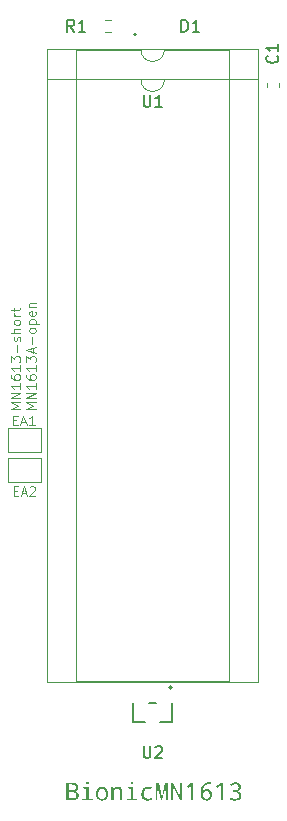
<source format=gbr>
G04 #@! TF.GenerationSoftware,KiCad,Pcbnew,8.0.4+dfsg-1*
G04 #@! TF.CreationDate,2025-01-23T14:40:47+09:00*
G04 #@! TF.ProjectId,bionic-mn1613,62696f6e-6963-42d6-9d6e-313631332e6b,2*
G04 #@! TF.SameCoordinates,Original*
G04 #@! TF.FileFunction,Legend,Top*
G04 #@! TF.FilePolarity,Positive*
%FSLAX46Y46*%
G04 Gerber Fmt 4.6, Leading zero omitted, Abs format (unit mm)*
G04 Created by KiCad (PCBNEW 8.0.4+dfsg-1) date 2025-01-23 14:40:47*
%MOMM*%
%LPD*%
G01*
G04 APERTURE LIST*
%ADD10C,0.100000*%
%ADD11C,0.150000*%
%ADD12C,0.120000*%
%ADD13C,0.152400*%
G04 APERTURE END LIST*
D10*
X102498918Y-104160734D02*
X101698918Y-104160734D01*
X101698918Y-104160734D02*
X102270346Y-103894068D01*
X102270346Y-103894068D02*
X101698918Y-103627401D01*
X101698918Y-103627401D02*
X102498918Y-103627401D01*
X102498918Y-103246448D02*
X101698918Y-103246448D01*
X101698918Y-103246448D02*
X102498918Y-102789305D01*
X102498918Y-102789305D02*
X101698918Y-102789305D01*
X102498918Y-101989306D02*
X102498918Y-102446449D01*
X102498918Y-102217877D02*
X101698918Y-102217877D01*
X101698918Y-102217877D02*
X101813203Y-102294068D01*
X101813203Y-102294068D02*
X101889394Y-102370258D01*
X101889394Y-102370258D02*
X101927489Y-102446449D01*
X101698918Y-101303591D02*
X101698918Y-101455972D01*
X101698918Y-101455972D02*
X101737013Y-101532163D01*
X101737013Y-101532163D02*
X101775108Y-101570258D01*
X101775108Y-101570258D02*
X101889394Y-101646448D01*
X101889394Y-101646448D02*
X102041775Y-101684544D01*
X102041775Y-101684544D02*
X102346537Y-101684544D01*
X102346537Y-101684544D02*
X102422727Y-101646448D01*
X102422727Y-101646448D02*
X102460823Y-101608353D01*
X102460823Y-101608353D02*
X102498918Y-101532163D01*
X102498918Y-101532163D02*
X102498918Y-101379782D01*
X102498918Y-101379782D02*
X102460823Y-101303591D01*
X102460823Y-101303591D02*
X102422727Y-101265496D01*
X102422727Y-101265496D02*
X102346537Y-101227401D01*
X102346537Y-101227401D02*
X102156061Y-101227401D01*
X102156061Y-101227401D02*
X102079870Y-101265496D01*
X102079870Y-101265496D02*
X102041775Y-101303591D01*
X102041775Y-101303591D02*
X102003680Y-101379782D01*
X102003680Y-101379782D02*
X102003680Y-101532163D01*
X102003680Y-101532163D02*
X102041775Y-101608353D01*
X102041775Y-101608353D02*
X102079870Y-101646448D01*
X102079870Y-101646448D02*
X102156061Y-101684544D01*
X102498918Y-100465496D02*
X102498918Y-100922639D01*
X102498918Y-100694067D02*
X101698918Y-100694067D01*
X101698918Y-100694067D02*
X101813203Y-100770258D01*
X101813203Y-100770258D02*
X101889394Y-100846448D01*
X101889394Y-100846448D02*
X101927489Y-100922639D01*
X101698918Y-100198829D02*
X101698918Y-99703591D01*
X101698918Y-99703591D02*
X102003680Y-99970257D01*
X102003680Y-99970257D02*
X102003680Y-99855972D01*
X102003680Y-99855972D02*
X102041775Y-99779781D01*
X102041775Y-99779781D02*
X102079870Y-99741686D01*
X102079870Y-99741686D02*
X102156061Y-99703591D01*
X102156061Y-99703591D02*
X102346537Y-99703591D01*
X102346537Y-99703591D02*
X102422727Y-99741686D01*
X102422727Y-99741686D02*
X102460823Y-99779781D01*
X102460823Y-99779781D02*
X102498918Y-99855972D01*
X102498918Y-99855972D02*
X102498918Y-100084543D01*
X102498918Y-100084543D02*
X102460823Y-100160734D01*
X102460823Y-100160734D02*
X102422727Y-100198829D01*
X102194156Y-99360733D02*
X102194156Y-98751210D01*
X102460823Y-98408353D02*
X102498918Y-98332162D01*
X102498918Y-98332162D02*
X102498918Y-98179781D01*
X102498918Y-98179781D02*
X102460823Y-98103591D01*
X102460823Y-98103591D02*
X102384632Y-98065495D01*
X102384632Y-98065495D02*
X102346537Y-98065495D01*
X102346537Y-98065495D02*
X102270346Y-98103591D01*
X102270346Y-98103591D02*
X102232251Y-98179781D01*
X102232251Y-98179781D02*
X102232251Y-98294067D01*
X102232251Y-98294067D02*
X102194156Y-98370257D01*
X102194156Y-98370257D02*
X102117965Y-98408353D01*
X102117965Y-98408353D02*
X102079870Y-98408353D01*
X102079870Y-98408353D02*
X102003680Y-98370257D01*
X102003680Y-98370257D02*
X101965584Y-98294067D01*
X101965584Y-98294067D02*
X101965584Y-98179781D01*
X101965584Y-98179781D02*
X102003680Y-98103591D01*
X102498918Y-97722638D02*
X101698918Y-97722638D01*
X102498918Y-97379781D02*
X102079870Y-97379781D01*
X102079870Y-97379781D02*
X102003680Y-97417876D01*
X102003680Y-97417876D02*
X101965584Y-97494067D01*
X101965584Y-97494067D02*
X101965584Y-97608353D01*
X101965584Y-97608353D02*
X102003680Y-97684543D01*
X102003680Y-97684543D02*
X102041775Y-97722638D01*
X102498918Y-96884543D02*
X102460823Y-96960733D01*
X102460823Y-96960733D02*
X102422727Y-96998828D01*
X102422727Y-96998828D02*
X102346537Y-97036924D01*
X102346537Y-97036924D02*
X102117965Y-97036924D01*
X102117965Y-97036924D02*
X102041775Y-96998828D01*
X102041775Y-96998828D02*
X102003680Y-96960733D01*
X102003680Y-96960733D02*
X101965584Y-96884543D01*
X101965584Y-96884543D02*
X101965584Y-96770257D01*
X101965584Y-96770257D02*
X102003680Y-96694066D01*
X102003680Y-96694066D02*
X102041775Y-96655971D01*
X102041775Y-96655971D02*
X102117965Y-96617876D01*
X102117965Y-96617876D02*
X102346537Y-96617876D01*
X102346537Y-96617876D02*
X102422727Y-96655971D01*
X102422727Y-96655971D02*
X102460823Y-96694066D01*
X102460823Y-96694066D02*
X102498918Y-96770257D01*
X102498918Y-96770257D02*
X102498918Y-96884543D01*
X102498918Y-96275018D02*
X101965584Y-96275018D01*
X102117965Y-96275018D02*
X102041775Y-96236923D01*
X102041775Y-96236923D02*
X102003680Y-96198828D01*
X102003680Y-96198828D02*
X101965584Y-96122637D01*
X101965584Y-96122637D02*
X101965584Y-96046447D01*
X101965584Y-95894066D02*
X101965584Y-95589304D01*
X101698918Y-95779780D02*
X102384632Y-95779780D01*
X102384632Y-95779780D02*
X102460823Y-95741685D01*
X102460823Y-95741685D02*
X102498918Y-95665495D01*
X102498918Y-95665495D02*
X102498918Y-95589304D01*
X103786873Y-104160734D02*
X102986873Y-104160734D01*
X102986873Y-104160734D02*
X103558301Y-103894068D01*
X103558301Y-103894068D02*
X102986873Y-103627401D01*
X102986873Y-103627401D02*
X103786873Y-103627401D01*
X103786873Y-103246448D02*
X102986873Y-103246448D01*
X102986873Y-103246448D02*
X103786873Y-102789305D01*
X103786873Y-102789305D02*
X102986873Y-102789305D01*
X103786873Y-101989306D02*
X103786873Y-102446449D01*
X103786873Y-102217877D02*
X102986873Y-102217877D01*
X102986873Y-102217877D02*
X103101158Y-102294068D01*
X103101158Y-102294068D02*
X103177349Y-102370258D01*
X103177349Y-102370258D02*
X103215444Y-102446449D01*
X102986873Y-101303591D02*
X102986873Y-101455972D01*
X102986873Y-101455972D02*
X103024968Y-101532163D01*
X103024968Y-101532163D02*
X103063063Y-101570258D01*
X103063063Y-101570258D02*
X103177349Y-101646448D01*
X103177349Y-101646448D02*
X103329730Y-101684544D01*
X103329730Y-101684544D02*
X103634492Y-101684544D01*
X103634492Y-101684544D02*
X103710682Y-101646448D01*
X103710682Y-101646448D02*
X103748778Y-101608353D01*
X103748778Y-101608353D02*
X103786873Y-101532163D01*
X103786873Y-101532163D02*
X103786873Y-101379782D01*
X103786873Y-101379782D02*
X103748778Y-101303591D01*
X103748778Y-101303591D02*
X103710682Y-101265496D01*
X103710682Y-101265496D02*
X103634492Y-101227401D01*
X103634492Y-101227401D02*
X103444016Y-101227401D01*
X103444016Y-101227401D02*
X103367825Y-101265496D01*
X103367825Y-101265496D02*
X103329730Y-101303591D01*
X103329730Y-101303591D02*
X103291635Y-101379782D01*
X103291635Y-101379782D02*
X103291635Y-101532163D01*
X103291635Y-101532163D02*
X103329730Y-101608353D01*
X103329730Y-101608353D02*
X103367825Y-101646448D01*
X103367825Y-101646448D02*
X103444016Y-101684544D01*
X103786873Y-100465496D02*
X103786873Y-100922639D01*
X103786873Y-100694067D02*
X102986873Y-100694067D01*
X102986873Y-100694067D02*
X103101158Y-100770258D01*
X103101158Y-100770258D02*
X103177349Y-100846448D01*
X103177349Y-100846448D02*
X103215444Y-100922639D01*
X102986873Y-100198829D02*
X102986873Y-99703591D01*
X102986873Y-99703591D02*
X103291635Y-99970257D01*
X103291635Y-99970257D02*
X103291635Y-99855972D01*
X103291635Y-99855972D02*
X103329730Y-99779781D01*
X103329730Y-99779781D02*
X103367825Y-99741686D01*
X103367825Y-99741686D02*
X103444016Y-99703591D01*
X103444016Y-99703591D02*
X103634492Y-99703591D01*
X103634492Y-99703591D02*
X103710682Y-99741686D01*
X103710682Y-99741686D02*
X103748778Y-99779781D01*
X103748778Y-99779781D02*
X103786873Y-99855972D01*
X103786873Y-99855972D02*
X103786873Y-100084543D01*
X103786873Y-100084543D02*
X103748778Y-100160734D01*
X103748778Y-100160734D02*
X103710682Y-100198829D01*
X103558301Y-99398829D02*
X103558301Y-99017876D01*
X103786873Y-99475019D02*
X102986873Y-99208352D01*
X102986873Y-99208352D02*
X103786873Y-98941686D01*
X103482111Y-98675019D02*
X103482111Y-98065496D01*
X103786873Y-97570258D02*
X103748778Y-97646448D01*
X103748778Y-97646448D02*
X103710682Y-97684543D01*
X103710682Y-97684543D02*
X103634492Y-97722639D01*
X103634492Y-97722639D02*
X103405920Y-97722639D01*
X103405920Y-97722639D02*
X103329730Y-97684543D01*
X103329730Y-97684543D02*
X103291635Y-97646448D01*
X103291635Y-97646448D02*
X103253539Y-97570258D01*
X103253539Y-97570258D02*
X103253539Y-97455972D01*
X103253539Y-97455972D02*
X103291635Y-97379781D01*
X103291635Y-97379781D02*
X103329730Y-97341686D01*
X103329730Y-97341686D02*
X103405920Y-97303591D01*
X103405920Y-97303591D02*
X103634492Y-97303591D01*
X103634492Y-97303591D02*
X103710682Y-97341686D01*
X103710682Y-97341686D02*
X103748778Y-97379781D01*
X103748778Y-97379781D02*
X103786873Y-97455972D01*
X103786873Y-97455972D02*
X103786873Y-97570258D01*
X103253539Y-96960733D02*
X104053539Y-96960733D01*
X103291635Y-96960733D02*
X103253539Y-96884543D01*
X103253539Y-96884543D02*
X103253539Y-96732162D01*
X103253539Y-96732162D02*
X103291635Y-96655971D01*
X103291635Y-96655971D02*
X103329730Y-96617876D01*
X103329730Y-96617876D02*
X103405920Y-96579781D01*
X103405920Y-96579781D02*
X103634492Y-96579781D01*
X103634492Y-96579781D02*
X103710682Y-96617876D01*
X103710682Y-96617876D02*
X103748778Y-96655971D01*
X103748778Y-96655971D02*
X103786873Y-96732162D01*
X103786873Y-96732162D02*
X103786873Y-96884543D01*
X103786873Y-96884543D02*
X103748778Y-96960733D01*
X103748778Y-95932161D02*
X103786873Y-96008352D01*
X103786873Y-96008352D02*
X103786873Y-96160733D01*
X103786873Y-96160733D02*
X103748778Y-96236923D01*
X103748778Y-96236923D02*
X103672587Y-96275019D01*
X103672587Y-96275019D02*
X103367825Y-96275019D01*
X103367825Y-96275019D02*
X103291635Y-96236923D01*
X103291635Y-96236923D02*
X103253539Y-96160733D01*
X103253539Y-96160733D02*
X103253539Y-96008352D01*
X103253539Y-96008352D02*
X103291635Y-95932161D01*
X103291635Y-95932161D02*
X103367825Y-95894066D01*
X103367825Y-95894066D02*
X103444016Y-95894066D01*
X103444016Y-95894066D02*
X103520206Y-96275019D01*
X103253539Y-95551209D02*
X103786873Y-95551209D01*
X103329730Y-95551209D02*
X103291635Y-95513114D01*
X103291635Y-95513114D02*
X103253539Y-95436924D01*
X103253539Y-95436924D02*
X103253539Y-95322638D01*
X103253539Y-95322638D02*
X103291635Y-95246447D01*
X103291635Y-95246447D02*
X103367825Y-95208352D01*
X103367825Y-95208352D02*
X103786873Y-95208352D01*
D11*
G36*
X106942392Y-135810563D02*
G01*
X107019198Y-135817137D01*
X107101376Y-135830811D01*
X107172659Y-135850797D01*
X107242049Y-135882090D01*
X107267248Y-135898131D01*
X107323027Y-135949719D01*
X107362869Y-136015092D01*
X107386774Y-136094250D01*
X107394618Y-136174821D01*
X107394743Y-136187192D01*
X107386836Y-136264873D01*
X107359873Y-136340404D01*
X107313776Y-136405545D01*
X107257591Y-136453122D01*
X107190243Y-136487319D01*
X107111732Y-136508134D01*
X107094690Y-136510692D01*
X107094690Y-136520950D01*
X107174890Y-136538627D01*
X107244396Y-136563815D01*
X107316241Y-136605861D01*
X107371378Y-136659642D01*
X107409807Y-136725158D01*
X107431528Y-136802409D01*
X107436874Y-136872660D01*
X107432251Y-136945981D01*
X107415168Y-137023774D01*
X107385498Y-137093222D01*
X107343240Y-137154326D01*
X107305350Y-137192862D01*
X107243392Y-137238115D01*
X107172284Y-137272253D01*
X107092024Y-137295276D01*
X107015946Y-137306164D01*
X106947412Y-137309000D01*
X106404460Y-137309000D01*
X106404460Y-137145235D01*
X106597168Y-137145235D01*
X106913340Y-137145235D01*
X106988473Y-137140855D01*
X107068302Y-137123065D01*
X107143436Y-137083652D01*
X107196029Y-137024533D01*
X107226082Y-136945707D01*
X107233909Y-136864966D01*
X107225760Y-136790135D01*
X107194470Y-136717080D01*
X107139713Y-136662288D01*
X107061489Y-136625761D01*
X106978375Y-136609272D01*
X106900151Y-136605214D01*
X106597168Y-136605214D01*
X106597168Y-137145235D01*
X106404460Y-137145235D01*
X106404460Y-136441449D01*
X106597168Y-136441449D01*
X106889526Y-136441449D01*
X106964494Y-136437946D01*
X107042875Y-136423713D01*
X107114454Y-136392183D01*
X107123999Y-136385395D01*
X107171678Y-136327759D01*
X107194115Y-136253089D01*
X107197639Y-136200015D01*
X107188331Y-136124322D01*
X107153331Y-136055965D01*
X107118870Y-136025259D01*
X107046811Y-135992887D01*
X106966926Y-135977324D01*
X106890036Y-135972344D01*
X106869010Y-135972136D01*
X106597168Y-135972136D01*
X106597168Y-136441449D01*
X106404460Y-136441449D01*
X106404460Y-135808371D01*
X106858019Y-135808371D01*
X106942392Y-135810563D01*
G37*
G36*
X108177663Y-135714582D02*
G01*
X108252295Y-135736952D01*
X108285134Y-135804061D01*
X108286840Y-135831452D01*
X108268498Y-135903580D01*
X108254233Y-135920113D01*
X108185869Y-135948801D01*
X108177663Y-135949055D01*
X108106264Y-135929646D01*
X108070080Y-135865332D01*
X108067387Y-135831452D01*
X108085587Y-135755784D01*
X108151817Y-135716408D01*
X108177663Y-135714582D01*
G37*
G36*
X108083141Y-136330807D02*
G01*
X107805803Y-136309191D01*
X107805803Y-136183528D01*
X108270353Y-136183528D01*
X108270353Y-137161721D01*
X108633054Y-137182237D01*
X108633054Y-137309000D01*
X107728500Y-137309000D01*
X107728500Y-137182237D01*
X108083141Y-137161721D01*
X108083141Y-136330807D01*
G37*
G36*
X109502096Y-136165697D02*
G01*
X109577736Y-136182544D01*
X109647657Y-136210622D01*
X109711859Y-136249932D01*
X109770343Y-136300473D01*
X109788567Y-136319816D01*
X109837249Y-136383400D01*
X109875859Y-136454352D01*
X109904396Y-136532671D01*
X109922862Y-136618357D01*
X109930556Y-136695390D01*
X109931815Y-136744066D01*
X109928363Y-136826648D01*
X109918005Y-136903577D01*
X109900742Y-136974854D01*
X109870912Y-137052924D01*
X109831139Y-137122854D01*
X109790399Y-137174910D01*
X109734207Y-137228448D01*
X109671422Y-137270909D01*
X109602041Y-137302293D01*
X109526067Y-137322601D01*
X109443497Y-137331831D01*
X109414509Y-137332447D01*
X109333747Y-137326818D01*
X109258523Y-137309933D01*
X109188838Y-137281790D01*
X109124692Y-137242390D01*
X109066083Y-137191733D01*
X109047778Y-137172346D01*
X108998972Y-137108396D01*
X108960263Y-137036900D01*
X108931652Y-136957855D01*
X108915523Y-136886219D01*
X108906407Y-136809342D01*
X108904163Y-136744066D01*
X109097970Y-136744066D01*
X109100788Y-136821390D01*
X109113310Y-136912657D01*
X109135850Y-136990404D01*
X109178112Y-137068573D01*
X109236027Y-137125615D01*
X109309595Y-137161531D01*
X109398816Y-137176319D01*
X109418539Y-137176742D01*
X109493414Y-137169981D01*
X109572970Y-137142517D01*
X109636926Y-137093925D01*
X109685283Y-137024207D01*
X109712738Y-136953221D01*
X109730209Y-136868714D01*
X109737696Y-136770686D01*
X109738008Y-136744066D01*
X109735181Y-136667528D01*
X109722616Y-136577187D01*
X109699999Y-136500231D01*
X109657591Y-136422856D01*
X109599478Y-136366393D01*
X109525657Y-136330843D01*
X109436131Y-136316204D01*
X109416341Y-136315786D01*
X109341722Y-136322478D01*
X109262441Y-136349664D01*
X109198704Y-136397761D01*
X109150514Y-136466771D01*
X109123154Y-136537036D01*
X109105743Y-136620684D01*
X109098281Y-136717717D01*
X109097970Y-136744066D01*
X108904163Y-136744066D01*
X108907571Y-136662249D01*
X108917795Y-136586014D01*
X108939060Y-136501899D01*
X108970139Y-136425821D01*
X109011033Y-136357780D01*
X109043748Y-136316885D01*
X109099531Y-136263596D01*
X109162193Y-136221333D01*
X109231732Y-136190094D01*
X109308149Y-136169881D01*
X109391444Y-136160694D01*
X109420737Y-136160081D01*
X109502096Y-136165697D01*
G37*
G36*
X110960200Y-137309000D02*
G01*
X110960200Y-136582866D01*
X110954216Y-136505924D01*
X110931238Y-136430808D01*
X110882649Y-136366907D01*
X110810604Y-136328566D01*
X110730181Y-136316047D01*
X110715102Y-136315786D01*
X110640913Y-136322174D01*
X110562088Y-136348128D01*
X110498718Y-136394045D01*
X110450804Y-136459926D01*
X110418347Y-136545771D01*
X110403509Y-136628821D01*
X110398563Y-136724648D01*
X110398563Y-137309000D01*
X110210985Y-137309000D01*
X110210985Y-136183528D01*
X110362293Y-136183528D01*
X110390137Y-136333371D01*
X110400395Y-136333371D01*
X110444951Y-136274480D01*
X110508850Y-136221173D01*
X110585581Y-136184450D01*
X110661564Y-136166173D01*
X110746976Y-136160081D01*
X110840914Y-136166521D01*
X110922327Y-136185841D01*
X110991215Y-136218041D01*
X111059711Y-136276404D01*
X111100418Y-136337584D01*
X111128599Y-136411644D01*
X111144255Y-136498583D01*
X111147778Y-136572241D01*
X111147778Y-137309000D01*
X110960200Y-137309000D01*
G37*
G36*
X111958542Y-135714582D02*
G01*
X112033175Y-135736952D01*
X112066013Y-135804061D01*
X112067719Y-135831452D01*
X112049378Y-135903580D01*
X112035112Y-135920113D01*
X111966748Y-135948801D01*
X111958542Y-135949055D01*
X111887143Y-135929646D01*
X111850959Y-135865332D01*
X111848267Y-135831452D01*
X111866466Y-135755784D01*
X111932696Y-135716408D01*
X111958542Y-135714582D01*
G37*
G36*
X111864020Y-136330807D02*
G01*
X111586683Y-136309191D01*
X111586683Y-136183528D01*
X112051232Y-136183528D01*
X112051232Y-137161721D01*
X112413933Y-137182237D01*
X112413933Y-137309000D01*
X111509380Y-137309000D01*
X111509380Y-137182237D01*
X111864020Y-137161721D01*
X111864020Y-136330807D01*
G37*
G36*
X113659938Y-136220898D02*
G01*
X113596191Y-136383563D01*
X113520948Y-136357437D01*
X113449828Y-136338775D01*
X113374744Y-136326704D01*
X113319952Y-136323846D01*
X113230393Y-136330504D01*
X113152775Y-136350476D01*
X113087099Y-136383764D01*
X113021795Y-136444098D01*
X112982987Y-136507344D01*
X112956119Y-136583906D01*
X112941192Y-136673782D01*
X112937834Y-136749928D01*
X112941102Y-136824764D01*
X112955628Y-136913095D01*
X112981774Y-136988340D01*
X113030799Y-137063993D01*
X113097981Y-137119200D01*
X113183319Y-137153960D01*
X113264664Y-137167046D01*
X113309694Y-137168682D01*
X113391095Y-137164698D01*
X113473367Y-137152745D01*
X113546068Y-137135750D01*
X113619436Y-137112654D01*
X113640521Y-137104935D01*
X113640521Y-137269799D01*
X113567545Y-137297207D01*
X113486739Y-137316785D01*
X113409610Y-137327491D01*
X113326485Y-137332202D01*
X113301634Y-137332447D01*
X113221747Y-137328789D01*
X113147639Y-137317814D01*
X113066336Y-137294986D01*
X112993354Y-137261623D01*
X112928692Y-137217723D01*
X112890207Y-137182604D01*
X112840528Y-137121827D01*
X112801129Y-137051880D01*
X112772007Y-136972763D01*
X112755590Y-136899826D01*
X112746311Y-136820521D01*
X112744027Y-136752492D01*
X112747677Y-136665418D01*
X112758625Y-136585088D01*
X112776871Y-136511502D01*
X112808401Y-136432101D01*
X112850442Y-136362412D01*
X112893504Y-136311756D01*
X112953821Y-136260210D01*
X113022664Y-136219329D01*
X113100035Y-136189113D01*
X113185931Y-136169561D01*
X113264025Y-136161414D01*
X113313724Y-136160081D01*
X113393027Y-136162991D01*
X113470332Y-136171722D01*
X113545638Y-136186273D01*
X113618945Y-136206644D01*
X113659938Y-136220898D01*
G37*
G36*
X114375081Y-137309000D02*
G01*
X114088951Y-135995950D01*
X114080524Y-135990088D01*
X114085907Y-136072559D01*
X114090377Y-136148698D01*
X114094538Y-136231705D01*
X114097384Y-136305594D01*
X114099044Y-136380271D01*
X114099209Y-136408476D01*
X114099209Y-137309000D01*
X113943504Y-137309000D01*
X113943504Y-135808371D01*
X114198127Y-135808371D01*
X114453483Y-137030929D01*
X114459711Y-137030929D01*
X114717265Y-135808371D01*
X114977017Y-135808371D01*
X114977017Y-137309000D01*
X114819114Y-137309000D01*
X114819114Y-136395287D01*
X114820274Y-136320899D01*
X114822778Y-136241964D01*
X114826041Y-136159626D01*
X114829547Y-136080661D01*
X114833769Y-135992286D01*
X114825709Y-135992286D01*
X114534083Y-137309000D01*
X114375081Y-137309000D01*
G37*
G36*
X116212398Y-137309000D02*
G01*
X115991114Y-137309000D01*
X115393207Y-136068124D01*
X115385147Y-136068124D01*
X115390425Y-136153427D01*
X115394807Y-136231879D01*
X115398886Y-136316977D01*
X115401677Y-136392209D01*
X115403305Y-136467510D01*
X115403466Y-136495671D01*
X115403466Y-137309000D01*
X115226512Y-137309000D01*
X115226512Y-135808371D01*
X115445964Y-135808371D01*
X116041306Y-137043019D01*
X116047534Y-137043019D01*
X116044185Y-136968584D01*
X116040627Y-136884637D01*
X116037767Y-136810797D01*
X116035255Y-136735531D01*
X116033469Y-136657816D01*
X116033246Y-136628661D01*
X116033246Y-135808371D01*
X116212398Y-135808371D01*
X116212398Y-137309000D01*
G37*
G36*
X117128675Y-137309000D02*
G01*
X116947325Y-137309000D01*
X116947325Y-136375870D01*
X116947962Y-136296326D01*
X116949340Y-136221356D01*
X116951134Y-136147970D01*
X116953495Y-136066160D01*
X116955385Y-136006941D01*
X116900340Y-136063171D01*
X116841225Y-136116915D01*
X116830821Y-136126009D01*
X116679512Y-136253870D01*
X116579495Y-136124177D01*
X116974069Y-135808371D01*
X117128675Y-135808371D01*
X117128675Y-137309000D01*
G37*
G36*
X118500125Y-135787655D02*
G01*
X118574637Y-135797743D01*
X118602192Y-135804341D01*
X118602192Y-135964076D01*
X118528105Y-135950139D01*
X118449225Y-135944830D01*
X118431100Y-135944659D01*
X118348578Y-135949734D01*
X118274118Y-135964958D01*
X118197440Y-135995547D01*
X118131736Y-136039951D01*
X118084153Y-136089006D01*
X118038552Y-136160098D01*
X118007503Y-136233926D01*
X117987295Y-136304540D01*
X117972240Y-136383420D01*
X117962337Y-136470563D01*
X117958124Y-136546229D01*
X117970580Y-136546229D01*
X118019144Y-136477993D01*
X118079243Y-136426517D01*
X118150877Y-136391800D01*
X118234047Y-136373843D01*
X118286752Y-136371107D01*
X118370433Y-136376962D01*
X118445804Y-136394529D01*
X118521768Y-136428944D01*
X118586878Y-136478655D01*
X118601459Y-136493473D01*
X118651308Y-136560243D01*
X118683242Y-136627832D01*
X118704272Y-136703978D01*
X118714397Y-136788678D01*
X118715399Y-136827597D01*
X118711032Y-136912034D01*
X118697933Y-136989490D01*
X118676102Y-137059965D01*
X118639594Y-137133363D01*
X118591201Y-137197258D01*
X118532797Y-137249934D01*
X118466259Y-137289672D01*
X118391587Y-137316472D01*
X118308780Y-137330334D01*
X118257810Y-137332447D01*
X118176799Y-137326355D01*
X118102202Y-137308078D01*
X118034020Y-137277617D01*
X117972251Y-137234971D01*
X117916898Y-137180141D01*
X117899872Y-137159157D01*
X117854551Y-137088986D01*
X117818607Y-137008718D01*
X117795817Y-136934114D01*
X117779538Y-136852498D01*
X117772716Y-136790594D01*
X117954094Y-136790594D01*
X117959291Y-136865790D01*
X117977565Y-136944036D01*
X118008995Y-137015559D01*
X118037258Y-137059505D01*
X118088331Y-137114229D01*
X118154663Y-137154028D01*
X118231084Y-137171717D01*
X118255978Y-137172712D01*
X118332141Y-137163911D01*
X118403029Y-137133898D01*
X118460409Y-137082586D01*
X118499242Y-137018852D01*
X118521895Y-136948827D01*
X118532898Y-136866804D01*
X118534048Y-136826498D01*
X118528455Y-136748455D01*
X118509121Y-136674452D01*
X118471902Y-136608504D01*
X118463340Y-136598253D01*
X118402083Y-136549584D01*
X118330995Y-136524703D01*
X118262206Y-136518385D01*
X118184575Y-136526507D01*
X118115174Y-136550872D01*
X118054001Y-136591479D01*
X118042754Y-136601550D01*
X117992276Y-136661245D01*
X117961107Y-136732686D01*
X117954094Y-136790594D01*
X117772716Y-136790594D01*
X117769771Y-136763870D01*
X117766645Y-136687918D01*
X117766515Y-136668228D01*
X117769087Y-136561266D01*
X117776802Y-136461204D01*
X117789660Y-136368043D01*
X117807662Y-136281783D01*
X117830808Y-136202423D01*
X117859096Y-136129965D01*
X117892529Y-136064407D01*
X117952321Y-135979010D01*
X118023686Y-135909139D01*
X118106623Y-135854795D01*
X118201133Y-135815978D01*
X118307216Y-135792688D01*
X118384367Y-135785787D01*
X118424872Y-135784924D01*
X118500125Y-135787655D01*
G37*
G36*
X119649261Y-137309000D02*
G01*
X119467911Y-137309000D01*
X119467911Y-136375870D01*
X119468548Y-136296326D01*
X119469926Y-136221356D01*
X119471720Y-136147970D01*
X119474082Y-136066160D01*
X119475971Y-136006941D01*
X119420927Y-136063171D01*
X119361811Y-136116915D01*
X119351407Y-136126009D01*
X119200098Y-136253870D01*
X119100081Y-136124177D01*
X119494655Y-135808371D01*
X119649261Y-135808371D01*
X119649261Y-137309000D01*
G37*
G36*
X120843609Y-136529376D02*
G01*
X120843609Y-136535605D01*
X120930763Y-136551547D01*
X121006297Y-136575561D01*
X121084373Y-136616929D01*
X121144292Y-136670909D01*
X121186054Y-136737500D01*
X121209658Y-136816703D01*
X121215468Y-136889146D01*
X121210471Y-136963416D01*
X121192008Y-137042284D01*
X121159941Y-137112771D01*
X121114270Y-137174879D01*
X121073319Y-137214111D01*
X121005063Y-137260220D01*
X120936902Y-137290729D01*
X120859828Y-137312917D01*
X120773841Y-137326784D01*
X120695377Y-137331985D01*
X120662258Y-137332447D01*
X120586733Y-137330461D01*
X120502550Y-137322836D01*
X120425398Y-137309493D01*
X120344277Y-137286697D01*
X120272728Y-137256118D01*
X120263288Y-137251114D01*
X120263288Y-137075992D01*
X120334982Y-137108862D01*
X120407732Y-137134931D01*
X120481539Y-137154199D01*
X120556402Y-137166667D01*
X120632321Y-137172334D01*
X120657862Y-137172712D01*
X120743385Y-137168190D01*
X120817505Y-137154623D01*
X120894120Y-137124945D01*
X120952917Y-137081135D01*
X120999955Y-137009909D01*
X121019554Y-136935008D01*
X121022761Y-136883284D01*
X121013181Y-136808770D01*
X120976396Y-136736024D01*
X120912022Y-136681464D01*
X120837302Y-136649890D01*
X120763731Y-136633724D01*
X120677899Y-136625641D01*
X120630385Y-136624631D01*
X120493364Y-136624631D01*
X120493364Y-136464896D01*
X120630385Y-136464896D01*
X120708168Y-136459950D01*
X120784563Y-136442562D01*
X120855646Y-136408559D01*
X120885740Y-136385762D01*
X120937469Y-136325044D01*
X120967726Y-136252205D01*
X120976599Y-136175468D01*
X120966707Y-136101795D01*
X120933665Y-136036168D01*
X120906257Y-136006941D01*
X120841602Y-135966616D01*
X120768074Y-135947639D01*
X120719045Y-135944659D01*
X120639338Y-135950567D01*
X120560824Y-135968291D01*
X120483502Y-135997831D01*
X120418174Y-136032555D01*
X120364404Y-136068124D01*
X120269516Y-135939530D01*
X120331302Y-135894990D01*
X120396219Y-135857999D01*
X120464267Y-135828558D01*
X120535445Y-135806666D01*
X120609753Y-135792322D01*
X120687192Y-135785528D01*
X120719045Y-135784924D01*
X120795320Y-135788556D01*
X120876038Y-135801975D01*
X120947851Y-135825281D01*
X121019017Y-135864024D01*
X121050238Y-135888239D01*
X121102330Y-135944224D01*
X121139539Y-136008864D01*
X121161865Y-136082160D01*
X121169306Y-136164111D01*
X121162612Y-136241391D01*
X121139471Y-136318557D01*
X121099801Y-136386563D01*
X121084676Y-136405179D01*
X121024927Y-136459024D01*
X120959040Y-136495800D01*
X120881676Y-136521505D01*
X120843609Y-136529376D01*
G37*
D10*
X101919762Y-111093847D02*
X102186428Y-111093847D01*
X102300714Y-111512895D02*
X101919762Y-111512895D01*
X101919762Y-111512895D02*
X101919762Y-110712895D01*
X101919762Y-110712895D02*
X102300714Y-110712895D01*
X102605476Y-111284323D02*
X102986429Y-111284323D01*
X102529286Y-111512895D02*
X102795953Y-110712895D01*
X102795953Y-110712895D02*
X103062619Y-111512895D01*
X103291190Y-110789085D02*
X103329286Y-110750990D01*
X103329286Y-110750990D02*
X103405476Y-110712895D01*
X103405476Y-110712895D02*
X103595952Y-110712895D01*
X103595952Y-110712895D02*
X103672143Y-110750990D01*
X103672143Y-110750990D02*
X103710238Y-110789085D01*
X103710238Y-110789085D02*
X103748333Y-110865276D01*
X103748333Y-110865276D02*
X103748333Y-110941466D01*
X103748333Y-110941466D02*
X103710238Y-111055752D01*
X103710238Y-111055752D02*
X103253095Y-111512895D01*
X103253095Y-111512895D02*
X103748333Y-111512895D01*
D11*
X112938095Y-132727819D02*
X112938095Y-133537342D01*
X112938095Y-133537342D02*
X112985714Y-133632580D01*
X112985714Y-133632580D02*
X113033333Y-133680200D01*
X113033333Y-133680200D02*
X113128571Y-133727819D01*
X113128571Y-133727819D02*
X113319047Y-133727819D01*
X113319047Y-133727819D02*
X113414285Y-133680200D01*
X113414285Y-133680200D02*
X113461904Y-133632580D01*
X113461904Y-133632580D02*
X113509523Y-133537342D01*
X113509523Y-133537342D02*
X113509523Y-132727819D01*
X113938095Y-132823057D02*
X113985714Y-132775438D01*
X113985714Y-132775438D02*
X114080952Y-132727819D01*
X114080952Y-132727819D02*
X114319047Y-132727819D01*
X114319047Y-132727819D02*
X114414285Y-132775438D01*
X114414285Y-132775438D02*
X114461904Y-132823057D01*
X114461904Y-132823057D02*
X114509523Y-132918295D01*
X114509523Y-132918295D02*
X114509523Y-133013533D01*
X114509523Y-133013533D02*
X114461904Y-133156390D01*
X114461904Y-133156390D02*
X113890476Y-133727819D01*
X113890476Y-133727819D02*
X114509523Y-133727819D01*
X112938095Y-77582819D02*
X112938095Y-78392342D01*
X112938095Y-78392342D02*
X112985714Y-78487580D01*
X112985714Y-78487580D02*
X113033333Y-78535200D01*
X113033333Y-78535200D02*
X113128571Y-78582819D01*
X113128571Y-78582819D02*
X113319047Y-78582819D01*
X113319047Y-78582819D02*
X113414285Y-78535200D01*
X113414285Y-78535200D02*
X113461904Y-78487580D01*
X113461904Y-78487580D02*
X113509523Y-78392342D01*
X113509523Y-78392342D02*
X113509523Y-77582819D01*
X114509523Y-78582819D02*
X113938095Y-78582819D01*
X114223809Y-78582819D02*
X114223809Y-77582819D01*
X114223809Y-77582819D02*
X114128571Y-77725676D01*
X114128571Y-77725676D02*
X114033333Y-77820914D01*
X114033333Y-77820914D02*
X113938095Y-77868533D01*
X107056333Y-72232819D02*
X106723000Y-71756628D01*
X106484905Y-72232819D02*
X106484905Y-71232819D01*
X106484905Y-71232819D02*
X106865857Y-71232819D01*
X106865857Y-71232819D02*
X106961095Y-71280438D01*
X106961095Y-71280438D02*
X107008714Y-71328057D01*
X107008714Y-71328057D02*
X107056333Y-71423295D01*
X107056333Y-71423295D02*
X107056333Y-71566152D01*
X107056333Y-71566152D02*
X107008714Y-71661390D01*
X107008714Y-71661390D02*
X106961095Y-71709009D01*
X106961095Y-71709009D02*
X106865857Y-71756628D01*
X106865857Y-71756628D02*
X106484905Y-71756628D01*
X108008714Y-72232819D02*
X107437286Y-72232819D01*
X107723000Y-72232819D02*
X107723000Y-71232819D01*
X107723000Y-71232819D02*
X107627762Y-71375676D01*
X107627762Y-71375676D02*
X107532524Y-71470914D01*
X107532524Y-71470914D02*
X107437286Y-71518533D01*
D10*
X101882762Y-105124847D02*
X102149428Y-105124847D01*
X102263714Y-105543895D02*
X101882762Y-105543895D01*
X101882762Y-105543895D02*
X101882762Y-104743895D01*
X101882762Y-104743895D02*
X102263714Y-104743895D01*
X102568476Y-105315323D02*
X102949429Y-105315323D01*
X102492286Y-105543895D02*
X102758953Y-104743895D01*
X102758953Y-104743895D02*
X103025619Y-105543895D01*
X103711333Y-105543895D02*
X103254190Y-105543895D01*
X103482762Y-105543895D02*
X103482762Y-104743895D01*
X103482762Y-104743895D02*
X103406571Y-104858180D01*
X103406571Y-104858180D02*
X103330381Y-104934371D01*
X103330381Y-104934371D02*
X103254190Y-104972466D01*
D11*
X116136905Y-72232819D02*
X116136905Y-71232819D01*
X116136905Y-71232819D02*
X116375000Y-71232819D01*
X116375000Y-71232819D02*
X116517857Y-71280438D01*
X116517857Y-71280438D02*
X116613095Y-71375676D01*
X116613095Y-71375676D02*
X116660714Y-71470914D01*
X116660714Y-71470914D02*
X116708333Y-71661390D01*
X116708333Y-71661390D02*
X116708333Y-71804247D01*
X116708333Y-71804247D02*
X116660714Y-71994723D01*
X116660714Y-71994723D02*
X116613095Y-72089961D01*
X116613095Y-72089961D02*
X116517857Y-72185200D01*
X116517857Y-72185200D02*
X116375000Y-72232819D01*
X116375000Y-72232819D02*
X116136905Y-72232819D01*
X117660714Y-72232819D02*
X117089286Y-72232819D01*
X117375000Y-72232819D02*
X117375000Y-71232819D01*
X117375000Y-71232819D02*
X117279762Y-71375676D01*
X117279762Y-71375676D02*
X117184524Y-71470914D01*
X117184524Y-71470914D02*
X117089286Y-71518533D01*
X124240380Y-74256066D02*
X124288000Y-74303685D01*
X124288000Y-74303685D02*
X124335619Y-74446542D01*
X124335619Y-74446542D02*
X124335619Y-74541780D01*
X124335619Y-74541780D02*
X124288000Y-74684637D01*
X124288000Y-74684637D02*
X124192761Y-74779875D01*
X124192761Y-74779875D02*
X124097523Y-74827494D01*
X124097523Y-74827494D02*
X123907047Y-74875113D01*
X123907047Y-74875113D02*
X123764190Y-74875113D01*
X123764190Y-74875113D02*
X123573714Y-74827494D01*
X123573714Y-74827494D02*
X123478476Y-74779875D01*
X123478476Y-74779875D02*
X123383238Y-74684637D01*
X123383238Y-74684637D02*
X123335619Y-74541780D01*
X123335619Y-74541780D02*
X123335619Y-74446542D01*
X123335619Y-74446542D02*
X123383238Y-74303685D01*
X123383238Y-74303685D02*
X123430857Y-74256066D01*
X124335619Y-73303685D02*
X124335619Y-73875113D01*
X124335619Y-73589399D02*
X123335619Y-73589399D01*
X123335619Y-73589399D02*
X123478476Y-73684637D01*
X123478476Y-73684637D02*
X123573714Y-73779875D01*
X123573714Y-73779875D02*
X123621333Y-73875113D01*
D12*
X101415000Y-108370000D02*
X104215000Y-108370000D01*
X101415000Y-110370000D02*
X101415000Y-108370000D01*
X104215000Y-108370000D02*
X104215000Y-110370000D01*
X104215000Y-110370000D02*
X101415000Y-110370000D01*
D13*
X112048000Y-129067000D02*
X112048000Y-130721000D01*
X112048000Y-130721000D02*
X113037060Y-130721000D01*
X113987061Y-129067000D02*
X113412939Y-129067000D01*
X114362940Y-130721000D02*
X115352000Y-130721000D01*
X115352000Y-130721000D02*
X115352000Y-129067000D01*
X115351000Y-127735000D02*
G75*
G02*
X115097000Y-127735000I-127000J0D01*
G01*
X115097000Y-127735000D02*
G75*
G02*
X115351000Y-127735000I127000J0D01*
G01*
D12*
X104750000Y-73690000D02*
X104750000Y-127270000D01*
X104750000Y-127270000D02*
X122650000Y-127270000D01*
X107240000Y-73750000D02*
X107240000Y-127210000D01*
X107240000Y-127210000D02*
X120160000Y-127210000D01*
X112700000Y-73750000D02*
X107240000Y-73750000D01*
X120160000Y-73750000D02*
X114700000Y-73750000D01*
X120160000Y-127210000D02*
X120160000Y-73750000D01*
X122650000Y-73690000D02*
X104750000Y-73690000D01*
X122650000Y-76230000D02*
X104750000Y-76230000D01*
X122650000Y-127270000D02*
X122650000Y-73690000D01*
X114700000Y-73750000D02*
G75*
G02*
X112700000Y-73750000I-1000000J0D01*
G01*
X114700000Y-76290000D02*
G75*
G02*
X112700000Y-76290000I-1000000J0D01*
G01*
X110144724Y-71255500D02*
X109635276Y-71255500D01*
X110144724Y-72300500D02*
X109635276Y-72300500D01*
X101415000Y-105830000D02*
X104215000Y-105830000D01*
X101415000Y-107830000D02*
X101415000Y-105830000D01*
X104215000Y-105830000D02*
X104215000Y-107830000D01*
X104215000Y-107830000D02*
X101415000Y-107830000D01*
D13*
X112264900Y-72463800D02*
G75*
G02*
X112112500Y-72463800I-76200J0D01*
G01*
X112112500Y-72463800D02*
G75*
G02*
X112264900Y-72463800I76200J0D01*
G01*
D12*
X123400800Y-76902667D02*
X123400800Y-76610133D01*
X124420800Y-76902667D02*
X124420800Y-76610133D01*
M02*

</source>
